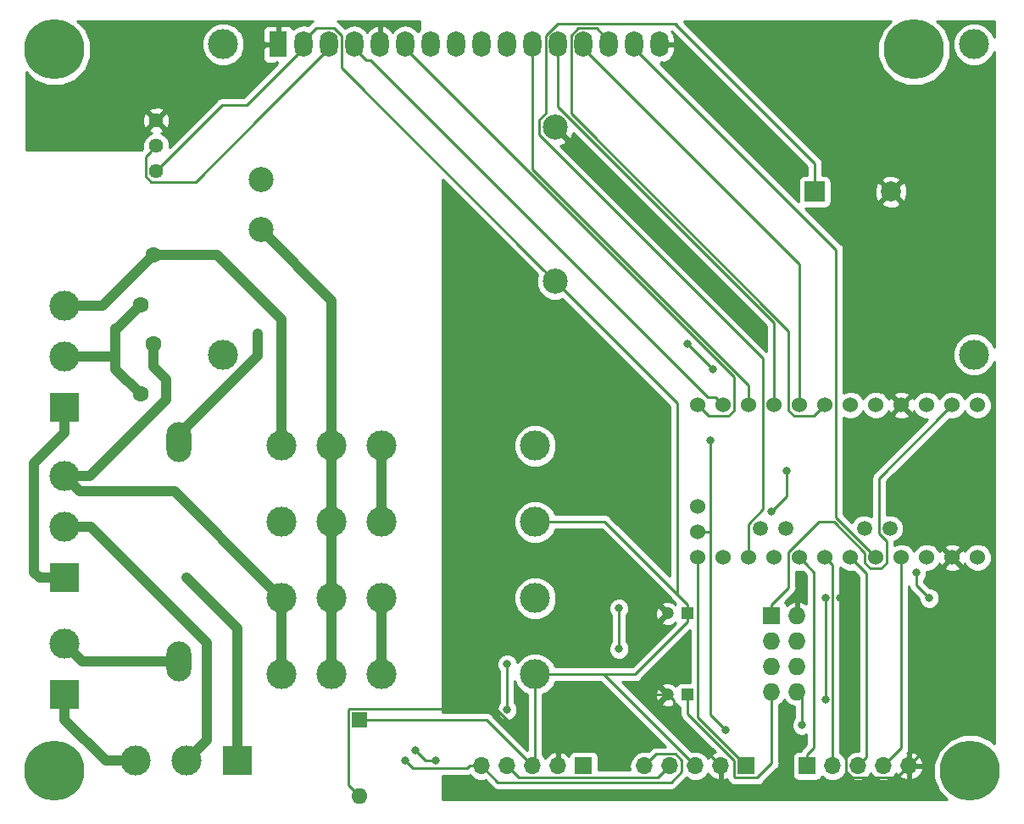
<source format=gbr>
G04 #@! TF.GenerationSoftware,KiCad,Pcbnew,(2018-02-09 revision dba198e57)-makepkg*
G04 #@! TF.CreationDate,2018-02-17T15:50:05+01:00*
G04 #@! TF.ProjectId,Kellerklima,4B656C6C65726B6C696D612E6B696361,rev?*
G04 #@! TF.SameCoordinates,Original*
G04 #@! TF.FileFunction,Copper,L2,Bot,Signal*
G04 #@! TF.FilePolarity,Positive*
%FSLAX46Y46*%
G04 Gerber Fmt 4.6, Leading zero omitted, Abs format (unit mm)*
G04 Created by KiCad (PCBNEW (2018-02-09 revision dba198e57)-makepkg) date 02/17/18 15:50:05*
%MOMM*%
%LPD*%
G01*
G04 APERTURE LIST*
%ADD10C,1.524000*%
%ADD11C,1.500000*%
%ADD12C,2.000000*%
%ADD13R,2.000000X2.000000*%
%ADD14C,3.000000*%
%ADD15O,1.800000X2.600000*%
%ADD16R,1.800000X2.600000*%
%ADD17O,1.600000X1.600000*%
%ADD18R,1.600000X1.600000*%
%ADD19C,1.440000*%
%ADD20C,2.500000*%
%ADD21C,6.000000*%
%ADD22R,3.000000X3.000000*%
%ADD23O,1.700000X1.700000*%
%ADD24R,1.700000X1.700000*%
%ADD25R,1.200000X1.200000*%
%ADD26C,1.200000*%
%ADD27R,1.727200X1.727200*%
%ADD28O,1.727200X1.727200*%
%ADD29O,2.500000X4.000000*%
%ADD30C,1.600000*%
%ADD31C,0.800000*%
%ADD32C,0.250000*%
%ADD33C,1.000000*%
%ADD34C,0.254000*%
G04 APERTURE END LIST*
D10*
X119126000Y-69596000D03*
X119126000Y-72136000D03*
D11*
X125349000Y-71755000D03*
X127889000Y-71755000D03*
X135763000Y-71755000D03*
X138303000Y-71755000D03*
D10*
X119126000Y-74676000D03*
X121666000Y-74676000D03*
X124206000Y-74676000D03*
X126746000Y-74676000D03*
X129286000Y-74676000D03*
X131826000Y-74676000D03*
X134366000Y-74676000D03*
X136906000Y-74676000D03*
X139446000Y-74676000D03*
X141986000Y-74676000D03*
X144526000Y-74676000D03*
X147066000Y-74676000D03*
X119126000Y-59436000D03*
X121666000Y-59436000D03*
X124206000Y-59436000D03*
X126746000Y-59436000D03*
X129286000Y-59436000D03*
X131826000Y-59436000D03*
X134366000Y-59436000D03*
X136906000Y-59436000D03*
X139446000Y-59436000D03*
X141986000Y-59436000D03*
X144526000Y-59436000D03*
X147066000Y-59436000D03*
D12*
X138410000Y-38100000D03*
D13*
X130810000Y-38100000D03*
D14*
X146716000Y-23368000D03*
X146715480Y-54368700D03*
X71716900Y-54368700D03*
X71716900Y-23368000D03*
D15*
X115316000Y-23368000D03*
X112776000Y-23368000D03*
X110236000Y-23368000D03*
X107696000Y-23368000D03*
X105156000Y-23368000D03*
X102616000Y-23368000D03*
X100076000Y-23368000D03*
X97536000Y-23368000D03*
X94996000Y-23368000D03*
X92456000Y-23368000D03*
X89916000Y-23368000D03*
X87376000Y-23368000D03*
X84836000Y-23368000D03*
X82296000Y-23368000D03*
X79756000Y-23368000D03*
D16*
X77216000Y-23368000D03*
D17*
X85344000Y-98552000D03*
D18*
X85344000Y-90932000D03*
D19*
X65024000Y-30988000D03*
X65024000Y-33528000D03*
X65024000Y-36068000D03*
D14*
X102870000Y-86360000D03*
X102870000Y-78740000D03*
X82550000Y-86360000D03*
X77550000Y-78740000D03*
X87550000Y-78740000D03*
X87550000Y-86360000D03*
X82550000Y-78740000D03*
X77550000Y-86360000D03*
X77550000Y-71120000D03*
X82550000Y-63500000D03*
X87550000Y-71120000D03*
X87550000Y-63500000D03*
X77550000Y-63500000D03*
X82550000Y-71120000D03*
X102870000Y-63500000D03*
X102870000Y-71120000D03*
D20*
X75470000Y-36870000D03*
X75470000Y-41870000D03*
X104870000Y-31670000D03*
X104870000Y-47070000D03*
D21*
X146304000Y-96012000D03*
X140716000Y-23876000D03*
X54864000Y-23876000D03*
X54864000Y-96012000D03*
D14*
X55880000Y-83312000D03*
D22*
X55880000Y-88392000D03*
D23*
X140208000Y-95504000D03*
X137668000Y-95504000D03*
X135128000Y-95504000D03*
X132588000Y-95504000D03*
D24*
X130048000Y-95504000D03*
D25*
X118110000Y-88392000D03*
D26*
X116110000Y-88392000D03*
X116110000Y-80264000D03*
D25*
X118110000Y-80264000D03*
D27*
X126504633Y-80469818D03*
D28*
X129044633Y-80469818D03*
X126504633Y-83009818D03*
X129044633Y-83009818D03*
X126504633Y-85549818D03*
X129044633Y-85549818D03*
X126504633Y-88089818D03*
X129044633Y-88089818D03*
D29*
X67310000Y-85090000D03*
X67310000Y-63090000D03*
D24*
X123952000Y-95504000D03*
D23*
X121412000Y-95504000D03*
X118872000Y-95504000D03*
X116332000Y-95504000D03*
X113792000Y-95504000D03*
X97536000Y-95504000D03*
X100076000Y-95504000D03*
X102616000Y-95504000D03*
X105156000Y-95504000D03*
D24*
X107696000Y-95504000D03*
D14*
X55880000Y-49530000D03*
X55880000Y-54610000D03*
D22*
X55880000Y-59690000D03*
X55880000Y-76708000D03*
D14*
X55880000Y-71628000D03*
X55880000Y-66548000D03*
X62992000Y-94996000D03*
X68072000Y-94996000D03*
D22*
X73152000Y-94996000D03*
D30*
X64770000Y-53340000D03*
X63470000Y-58340000D03*
X63470000Y-49450000D03*
X64770000Y-44450000D03*
D31*
X111252000Y-83820000D03*
X111244848Y-79748848D03*
X75184000Y-52324000D03*
X60960000Y-51816000D03*
X101600000Y-92456000D03*
X114300000Y-88900000D03*
X143510000Y-91440000D03*
X134620000Y-83820000D03*
X133350000Y-78740000D03*
X68072000Y-76708000D03*
X120650000Y-55880000D03*
X118110000Y-53340000D03*
X100080653Y-89911347D03*
X100076000Y-85344000D03*
X131863000Y-78719846D03*
X131863000Y-88900000D03*
X129540000Y-91440000D03*
X89916000Y-94996000D03*
X142240000Y-78740000D03*
X140970000Y-76200000D03*
X128016000Y-66040000D03*
X126492000Y-70104000D03*
X90932000Y-93980000D03*
X92964000Y-94996000D03*
X121920000Y-91948000D03*
X120396000Y-62992000D03*
D32*
X111244848Y-83812848D02*
X111252000Y-83820000D01*
X111244848Y-79748848D02*
X111244848Y-83812848D01*
D33*
X67310000Y-62340000D02*
X75184000Y-54466000D01*
X67310000Y-63090000D02*
X67310000Y-62340000D01*
X75184000Y-54466000D02*
X75184000Y-52324000D01*
X82550000Y-63500000D02*
X82550000Y-48950000D01*
X82550000Y-48950000D02*
X75470000Y-41870000D01*
X82550000Y-78740000D02*
X82550000Y-86360000D01*
X82550000Y-63500000D02*
X82550000Y-71120000D01*
X82550000Y-71120000D02*
X82550000Y-68998680D01*
X82550000Y-78740000D02*
X82550000Y-71120000D01*
X67310000Y-63090000D02*
X67310000Y-63840000D01*
D32*
X74060000Y-29464000D02*
X71628000Y-29464000D01*
X71628000Y-29464000D02*
X65024000Y-36068000D01*
X85344000Y-90932000D02*
X98044000Y-90932000D01*
X98044000Y-90932000D02*
X102616000Y-95504000D01*
X79756000Y-23368000D02*
X79756000Y-23768000D01*
X79756000Y-23768000D02*
X74060000Y-29464000D01*
X118110000Y-80264000D02*
X118110000Y-79414000D01*
X118110000Y-79414000D02*
X109816000Y-71120000D01*
X109816000Y-71120000D02*
X104991320Y-71120000D01*
X104991320Y-71120000D02*
X102870000Y-71120000D01*
X137668000Y-95504000D02*
X139446000Y-93726000D01*
X139446000Y-93726000D02*
X139446000Y-75753630D01*
X139446000Y-75753630D02*
X139446000Y-74676000D01*
X102870000Y-86360000D02*
X109728000Y-86360000D01*
X109728000Y-86360000D02*
X118872000Y-95504000D01*
X102870000Y-86360000D02*
X102870000Y-95250000D01*
X102870000Y-95250000D02*
X102616000Y-95504000D01*
X118110000Y-80264000D02*
X118110000Y-81114000D01*
X118110000Y-81114000D02*
X112864000Y-86360000D01*
X112864000Y-86360000D02*
X104991320Y-86360000D01*
X104991320Y-86360000D02*
X102870000Y-86360000D01*
X104870000Y-47070000D02*
X117035001Y-59235001D01*
X117035001Y-59235001D02*
X117035001Y-78339001D01*
X117035001Y-78339001D02*
X118110000Y-79414000D01*
X79756000Y-23368000D02*
X79756000Y-22968000D01*
X79756000Y-22968000D02*
X80981010Y-21742990D01*
X80981010Y-21742990D02*
X82803415Y-21742990D01*
X82803415Y-21742990D02*
X83521010Y-22460585D01*
X83521010Y-22460585D02*
X83521010Y-25721010D01*
X83521010Y-25721010D02*
X103620001Y-45820001D01*
X103620001Y-45820001D02*
X104870000Y-47070000D01*
D33*
X64770000Y-55626000D02*
X66040000Y-56896000D01*
X64770000Y-53340000D02*
X64770000Y-55626000D01*
X66040000Y-56896000D02*
X66040000Y-58928000D01*
X66040000Y-58928000D02*
X58420000Y-66548000D01*
X58420000Y-66548000D02*
X55880000Y-66548000D01*
X77550000Y-78740000D02*
X77550000Y-86360000D01*
X55880000Y-66548000D02*
X57379999Y-68047999D01*
X57379999Y-68047999D02*
X66857999Y-68047999D01*
X66857999Y-68047999D02*
X76050001Y-77240001D01*
X76050001Y-77240001D02*
X77550000Y-78740000D01*
X64770000Y-44450000D02*
X71120000Y-44450000D01*
X71120000Y-44450000D02*
X77550000Y-50880000D01*
X77550000Y-50880000D02*
X77550000Y-61378680D01*
X77550000Y-61378680D02*
X77550000Y-63500000D01*
X55880000Y-49530000D02*
X59690000Y-49530000D01*
X59690000Y-49530000D02*
X64770000Y-44450000D01*
X60960000Y-51816000D02*
X61104000Y-51816000D01*
X61104000Y-51816000D02*
X63470000Y-49450000D01*
X60960000Y-54864000D02*
X60960000Y-51816000D01*
X60960000Y-55830000D02*
X60960000Y-54864000D01*
X55880000Y-54610000D02*
X60706000Y-54610000D01*
X60706000Y-54610000D02*
X60960000Y-54864000D01*
X63470000Y-58340000D02*
X60960000Y-55830000D01*
X70104000Y-92964000D02*
X70104000Y-83730680D01*
X68072000Y-94996000D02*
X70104000Y-92964000D01*
X70104000Y-83730680D02*
X70060010Y-83686690D01*
X70060010Y-83686690D02*
X70060010Y-83200909D01*
X70060010Y-83200909D02*
X58487101Y-71628000D01*
X58487101Y-71628000D02*
X55880000Y-71628000D01*
X62670001Y-50249999D02*
X63470000Y-49450000D01*
D32*
X73526000Y-25908000D02*
X70104000Y-25908000D01*
X70104000Y-25908000D02*
X65024000Y-30988000D01*
X76066000Y-23368000D02*
X73526000Y-25908000D01*
X77216000Y-23368000D02*
X76066000Y-23368000D01*
X84218999Y-97426999D02*
X84218999Y-89871999D01*
X85344000Y-98552000D02*
X84218999Y-97426999D01*
X84218999Y-89871999D02*
X84283999Y-89806999D01*
X84283999Y-89806999D02*
X98950999Y-89806999D01*
X98950999Y-89806999D02*
X101600000Y-92456000D01*
X114808000Y-88392000D02*
X114300000Y-88900000D01*
X116110000Y-88392000D02*
X114808000Y-88392000D01*
X116110000Y-88392000D02*
X116709999Y-88991999D01*
X116709999Y-88991999D02*
X116709999Y-90801999D01*
X116709999Y-90801999D02*
X120562001Y-94654001D01*
X120562001Y-94654001D02*
X121412000Y-95504000D01*
X143510000Y-92202000D02*
X143510000Y-91440000D01*
X140208000Y-95504000D02*
X143510000Y-92202000D01*
X134620000Y-83820000D02*
X133952999Y-84487001D01*
X133952999Y-84487001D02*
X133952999Y-96068001D01*
X133952999Y-96068001D02*
X134563999Y-96679001D01*
X134563999Y-96679001D02*
X139032999Y-96679001D01*
X139032999Y-96679001D02*
X139358001Y-96353999D01*
X139358001Y-96353999D02*
X140208000Y-95504000D01*
X133350000Y-82550000D02*
X134620000Y-83820000D01*
X133350000Y-78740000D02*
X133350000Y-82550000D01*
X77216000Y-23768000D02*
X77216000Y-23368000D01*
D33*
X55880000Y-83312000D02*
X57658000Y-85090000D01*
X57658000Y-85090000D02*
X67310000Y-85090000D01*
X73152000Y-81788000D02*
X68072000Y-76708000D01*
X73152000Y-85081610D02*
X73152000Y-81788000D01*
X55880000Y-59690000D02*
X55880000Y-62190000D01*
X55880000Y-62190000D02*
X52832000Y-65238000D01*
X52832000Y-65238000D02*
X52832000Y-76160000D01*
X52832000Y-76160000D02*
X53380000Y-76708000D01*
X53380000Y-76708000D02*
X55880000Y-76708000D01*
X73152000Y-94996000D02*
X73152000Y-85081610D01*
D32*
X118110000Y-53340000D02*
X120650000Y-55880000D01*
X100076000Y-89906694D02*
X100080653Y-89911347D01*
X100076000Y-85344000D02*
X100076000Y-89906694D01*
X100076000Y-95504000D02*
X101251001Y-96679001D01*
X101251001Y-96679001D02*
X115156999Y-96679001D01*
X115156999Y-96679001D02*
X115482001Y-96353999D01*
X115482001Y-96353999D02*
X116332000Y-95504000D01*
X131863000Y-88900000D02*
X131863000Y-78719846D01*
X129540000Y-91440000D02*
X129540000Y-88585185D01*
X129540000Y-88585185D02*
X129044633Y-88089818D01*
X89916000Y-94996000D02*
X90641001Y-95721001D01*
X90641001Y-95721001D02*
X96116918Y-95721001D01*
X96116918Y-95721001D02*
X96333919Y-95504000D01*
X96333919Y-95504000D02*
X97536000Y-95504000D01*
X97536000Y-95504000D02*
X99161010Y-97129010D01*
X99161010Y-97129010D02*
X116445992Y-97129010D01*
X116445992Y-97129010D02*
X117507001Y-96068001D01*
X117507001Y-94939999D02*
X116896001Y-94328999D01*
X114967001Y-94328999D02*
X114641999Y-94654001D01*
X117507001Y-96068001D02*
X117507001Y-94939999D01*
X116896001Y-94328999D02*
X114967001Y-94328999D01*
X114641999Y-94654001D02*
X113792000Y-95504000D01*
X118110000Y-88392000D02*
X118110000Y-90298410D01*
X122776999Y-94965409D02*
X122776999Y-96614001D01*
X118110000Y-90298410D02*
X122776999Y-94965409D01*
X125062001Y-96679001D02*
X126504633Y-95236369D01*
X122776999Y-96614001D02*
X122841999Y-96679001D01*
X122841999Y-96679001D02*
X125062001Y-96679001D01*
X126504633Y-95236369D02*
X126504633Y-89311132D01*
X126504633Y-89311132D02*
X126504633Y-88089818D01*
X140970000Y-77470000D02*
X142240000Y-78740000D01*
X140970000Y-76200000D02*
X140970000Y-77470000D01*
X75584000Y-30480000D02*
X68950999Y-37113001D01*
X68950999Y-37113001D02*
X64522399Y-37113001D01*
X64522399Y-37113001D02*
X63978999Y-36569601D01*
X63978999Y-36569601D02*
X63978999Y-34573001D01*
X63978999Y-34573001D02*
X64304001Y-34247999D01*
X64304001Y-34247999D02*
X65024000Y-33528000D01*
X75584000Y-30480000D02*
X75554999Y-30509001D01*
X82296000Y-23768000D02*
X75584000Y-30480000D01*
X82296000Y-23368000D02*
X82296000Y-23768000D01*
X119126000Y-74676000D02*
X119126000Y-90678000D01*
X119126000Y-90678000D02*
X123952000Y-95504000D01*
X135128000Y-95504000D02*
X135977999Y-94654001D01*
X135977999Y-94654001D02*
X135977999Y-76287999D01*
X135977999Y-76287999D02*
X135127999Y-75437999D01*
X135127999Y-75437999D02*
X134366000Y-74676000D01*
X132588000Y-95504000D02*
X132587999Y-75437999D01*
X132587999Y-75437999D02*
X131826000Y-74676000D01*
X130048000Y-95504000D02*
X130048000Y-94404000D01*
X130048000Y-94404000D02*
X130738999Y-93713001D01*
X130738999Y-93713001D02*
X130738999Y-76128999D01*
X130738999Y-76128999D02*
X130047999Y-75437999D01*
X130047999Y-75437999D02*
X129286000Y-74676000D01*
X126504633Y-80469818D02*
X126504633Y-79356218D01*
X126504633Y-79356218D02*
X128198999Y-77661852D01*
X128198999Y-77661852D02*
X128198999Y-74154239D01*
X128198999Y-74154239D02*
X131233238Y-71120000D01*
X132713590Y-71120000D02*
X135818999Y-74225409D01*
X135818999Y-75197761D02*
X136384239Y-75763001D01*
X131233238Y-71120000D02*
X132713590Y-71120000D01*
X135818999Y-74225409D02*
X135818999Y-75197761D01*
X136384239Y-75763001D02*
X137427761Y-75763001D01*
X137427761Y-75763001D02*
X137993001Y-75197761D01*
X137993001Y-75197761D02*
X137993001Y-73036003D01*
X137993001Y-73036003D02*
X137227999Y-72271001D01*
X137227999Y-72271001D02*
X137227999Y-66734001D01*
X137227999Y-66734001D02*
X143764001Y-60197999D01*
X143764001Y-60197999D02*
X144526000Y-59436000D01*
X112776000Y-23368000D02*
X112776000Y-23768000D01*
X112776000Y-23768000D02*
X132913001Y-43905001D01*
X132913001Y-43905001D02*
X132913001Y-70683001D01*
X132913001Y-70683001D02*
X136144001Y-73914001D01*
X136144001Y-73914001D02*
X136906000Y-74676000D01*
X110236000Y-23368000D02*
X110236000Y-22968000D01*
X106470990Y-22460585D02*
X106470990Y-30303578D01*
X131064001Y-60197999D02*
X131826000Y-59436000D01*
X110236000Y-22968000D02*
X109010990Y-21742990D01*
X106470990Y-30303578D02*
X128198999Y-52031587D01*
X128198999Y-52031587D02*
X128198999Y-59957761D01*
X109010990Y-21742990D02*
X107188585Y-21742990D01*
X107188585Y-21742990D02*
X106470990Y-22460585D01*
X128198999Y-59957761D02*
X128764239Y-60523001D01*
X128764239Y-60523001D02*
X130738999Y-60523001D01*
X130738999Y-60523001D02*
X131064001Y-60197999D01*
X107696000Y-23368000D02*
X107696000Y-23768000D01*
X107696000Y-23768000D02*
X129286000Y-45358000D01*
X129286000Y-45358000D02*
X129286000Y-58358370D01*
X129286000Y-58358370D02*
X129286000Y-59436000D01*
X105156000Y-23368000D02*
X105156000Y-29624998D01*
X105156000Y-29624998D02*
X126746000Y-51214998D01*
X126746000Y-51214998D02*
X126746000Y-58358370D01*
X126746000Y-58358370D02*
X126746000Y-59436000D01*
X102616000Y-23368000D02*
X102616000Y-35831590D01*
X102616000Y-35831590D02*
X124206000Y-57421590D01*
X124206000Y-57421590D02*
X124206000Y-58358370D01*
X124206000Y-58358370D02*
X124206000Y-59436000D01*
X89916000Y-23368000D02*
X89916000Y-23768000D01*
X89916000Y-23768000D02*
X122753001Y-56605001D01*
X122753001Y-56605001D02*
X122753001Y-59957761D01*
X120213001Y-60523001D02*
X119887999Y-60197999D01*
X122753001Y-59957761D02*
X122187761Y-60523001D01*
X122187761Y-60523001D02*
X120213001Y-60523001D01*
X119887999Y-60197999D02*
X119126000Y-59436000D01*
X84836000Y-23368000D02*
X84836000Y-23768000D01*
X84836000Y-23768000D02*
X85986000Y-24918000D01*
X85986000Y-24918000D02*
X86386000Y-24918000D01*
X86386000Y-24918000D02*
X120142001Y-58674001D01*
X120142001Y-58674001D02*
X120904001Y-58674001D01*
X120904001Y-58674001D02*
X121666000Y-59436000D01*
X117022981Y-21292981D02*
X116840000Y-21292981D01*
X116840000Y-21292981D02*
X105098594Y-21292981D01*
X116840000Y-21292981D02*
X130810000Y-35262981D01*
X130810000Y-35262981D02*
X130810000Y-38100000D01*
X105098594Y-21292981D02*
X103930990Y-22460585D01*
X103930990Y-22460585D02*
X103930990Y-30278008D01*
X103294999Y-30913999D02*
X103294999Y-32426001D01*
X103930990Y-30278008D02*
X103294999Y-30913999D01*
X103294999Y-32426001D02*
X125658999Y-54790001D01*
X125658999Y-54790001D02*
X125658999Y-69853999D01*
X125658999Y-69853999D02*
X124206000Y-71306998D01*
X124206000Y-71306998D02*
X124206000Y-73598370D01*
X124206000Y-73598370D02*
X124206000Y-74676000D01*
D33*
X55880000Y-88392000D02*
X55880000Y-90892000D01*
X55880000Y-90892000D02*
X59984000Y-94996000D01*
X59984000Y-94996000D02*
X60870680Y-94996000D01*
X60870680Y-94996000D02*
X62992000Y-94996000D01*
X87550000Y-63500000D02*
X87550000Y-71120000D01*
X87550000Y-78740000D02*
X87550000Y-86360000D01*
D32*
X128016000Y-68580000D02*
X128016000Y-66040000D01*
X126492000Y-70104000D02*
X128016000Y-68580000D01*
X120396000Y-72136000D02*
X120396000Y-90424000D01*
X120396000Y-62992000D02*
X120396000Y-72136000D01*
X119130000Y-72106000D02*
X120366000Y-72106000D01*
X120366000Y-72106000D02*
X120396000Y-72136000D01*
X91948000Y-94996000D02*
X90932000Y-93980000D01*
X92964000Y-94996000D02*
X91948000Y-94996000D01*
X120396000Y-90424000D02*
X121920000Y-91948000D01*
D34*
G36*
X137634396Y-21816938D02*
X137081000Y-23152954D01*
X137081000Y-24599046D01*
X137634396Y-25935062D01*
X138656938Y-26957604D01*
X139992954Y-27511000D01*
X141439046Y-27511000D01*
X142775062Y-26957604D01*
X143797604Y-25935062D01*
X144351000Y-24599046D01*
X144351000Y-23152954D01*
X143797604Y-21816938D01*
X143010666Y-21030000D01*
X148717000Y-21030000D01*
X148717000Y-22619817D01*
X148525966Y-22158620D01*
X147925380Y-21558034D01*
X147140678Y-21233000D01*
X146291322Y-21233000D01*
X145506620Y-21558034D01*
X144906034Y-22158620D01*
X144581000Y-22943322D01*
X144581000Y-23792678D01*
X144906034Y-24577380D01*
X145506620Y-25177966D01*
X146291322Y-25503000D01*
X147140678Y-25503000D01*
X147925380Y-25177966D01*
X148525966Y-24577380D01*
X148717000Y-24116183D01*
X148717000Y-53621773D01*
X148525446Y-53159320D01*
X147924860Y-52558734D01*
X147140158Y-52233700D01*
X146290802Y-52233700D01*
X145506100Y-52558734D01*
X144905514Y-53159320D01*
X144580480Y-53944022D01*
X144580480Y-54793378D01*
X144905514Y-55578080D01*
X145506100Y-56178666D01*
X146290802Y-56503700D01*
X147140158Y-56503700D01*
X147924860Y-56178666D01*
X148525446Y-55578080D01*
X148717000Y-55115627D01*
X148717000Y-93284334D01*
X148363062Y-92930396D01*
X147027046Y-92377000D01*
X145580954Y-92377000D01*
X144244938Y-92930396D01*
X143222396Y-93952938D01*
X142669000Y-95288954D01*
X142669000Y-96735046D01*
X143222396Y-98071062D01*
X144009334Y-98858000D01*
X93599000Y-98858000D01*
X93599000Y-96481001D01*
X96042071Y-96481001D01*
X96116918Y-96495889D01*
X96191765Y-96481001D01*
X96191770Y-96481001D01*
X96378058Y-96443946D01*
X96465375Y-96574625D01*
X96956582Y-96902839D01*
X97389744Y-96989000D01*
X97682256Y-96989000D01*
X97902408Y-96945209D01*
X98570681Y-97613483D01*
X98613081Y-97676939D01*
X98864473Y-97844914D01*
X99086158Y-97889010D01*
X99086162Y-97889010D01*
X99161009Y-97903898D01*
X99235856Y-97889010D01*
X116371145Y-97889010D01*
X116445992Y-97903898D01*
X116520839Y-97889010D01*
X116520844Y-97889010D01*
X116742529Y-97844914D01*
X116993921Y-97676939D01*
X117036323Y-97613481D01*
X117965509Y-96684296D01*
X118292582Y-96902839D01*
X118725744Y-96989000D01*
X119018256Y-96989000D01*
X119451418Y-96902839D01*
X119942625Y-96574625D01*
X120155843Y-96255522D01*
X120216817Y-96385358D01*
X120645076Y-96775645D01*
X121055110Y-96945476D01*
X121285000Y-96824155D01*
X121285000Y-95631000D01*
X121265000Y-95631000D01*
X121265000Y-95377000D01*
X121285000Y-95377000D01*
X121285000Y-95357000D01*
X121539000Y-95357000D01*
X121539000Y-95377000D01*
X121559000Y-95377000D01*
X121559000Y-95631000D01*
X121539000Y-95631000D01*
X121539000Y-96824155D01*
X121768890Y-96945476D01*
X122045275Y-96831001D01*
X122061096Y-96910538D01*
X122167580Y-97069902D01*
X122229071Y-97161930D01*
X122268034Y-97187964D01*
X122294070Y-97226930D01*
X122545462Y-97394905D01*
X122767147Y-97439001D01*
X122767152Y-97439001D01*
X122841999Y-97453889D01*
X122916846Y-97439001D01*
X124987154Y-97439001D01*
X125062001Y-97453889D01*
X125136848Y-97439001D01*
X125136853Y-97439001D01*
X125358538Y-97394905D01*
X125609930Y-97226930D01*
X125652332Y-97163471D01*
X126989106Y-95826698D01*
X127052562Y-95784298D01*
X127154993Y-95631000D01*
X127220537Y-95532907D01*
X127241227Y-95428889D01*
X127264633Y-95311221D01*
X127264633Y-95311217D01*
X127279521Y-95236369D01*
X127264633Y-95161521D01*
X127264633Y-89384353D01*
X127585063Y-89170248D01*
X127774633Y-88886537D01*
X127964203Y-89170248D01*
X128459908Y-89501468D01*
X128780001Y-89565138D01*
X128780000Y-90736289D01*
X128662569Y-90853720D01*
X128505000Y-91234126D01*
X128505000Y-91645874D01*
X128662569Y-92026280D01*
X128953720Y-92317431D01*
X129334126Y-92475000D01*
X129745874Y-92475000D01*
X129978999Y-92378437D01*
X129978999Y-93398199D01*
X129563528Y-93813671D01*
X129500072Y-93856071D01*
X129457672Y-93919527D01*
X129457671Y-93919528D01*
X129399518Y-94006560D01*
X129198000Y-94006560D01*
X128950235Y-94055843D01*
X128740191Y-94196191D01*
X128599843Y-94406235D01*
X128550560Y-94654000D01*
X128550560Y-96354000D01*
X128599843Y-96601765D01*
X128740191Y-96811809D01*
X128950235Y-96952157D01*
X129198000Y-97001440D01*
X130898000Y-97001440D01*
X131145765Y-96952157D01*
X131355809Y-96811809D01*
X131496157Y-96601765D01*
X131505184Y-96556381D01*
X131517375Y-96574625D01*
X132008582Y-96902839D01*
X132441744Y-96989000D01*
X132734256Y-96989000D01*
X133167418Y-96902839D01*
X133658625Y-96574625D01*
X133858000Y-96276239D01*
X134057375Y-96574625D01*
X134548582Y-96902839D01*
X134981744Y-96989000D01*
X135274256Y-96989000D01*
X135707418Y-96902839D01*
X136198625Y-96574625D01*
X136398000Y-96276239D01*
X136597375Y-96574625D01*
X137088582Y-96902839D01*
X137521744Y-96989000D01*
X137814256Y-96989000D01*
X138247418Y-96902839D01*
X138738625Y-96574625D01*
X138951843Y-96255522D01*
X139012817Y-96385358D01*
X139441076Y-96775645D01*
X139851110Y-96945476D01*
X140081000Y-96824155D01*
X140081000Y-95631000D01*
X140335000Y-95631000D01*
X140335000Y-96824155D01*
X140564890Y-96945476D01*
X140974924Y-96775645D01*
X141403183Y-96385358D01*
X141649486Y-95860892D01*
X141528819Y-95631000D01*
X140335000Y-95631000D01*
X140081000Y-95631000D01*
X140061000Y-95631000D01*
X140061000Y-95377000D01*
X140081000Y-95377000D01*
X140081000Y-94183845D01*
X140335000Y-94183845D01*
X140335000Y-95377000D01*
X141528819Y-95377000D01*
X141649486Y-95147108D01*
X141403183Y-94622642D01*
X140974924Y-94232355D01*
X140564890Y-94062524D01*
X140335000Y-94183845D01*
X140081000Y-94183845D01*
X140061128Y-94173358D01*
X140066640Y-94165110D01*
X140161904Y-94022538D01*
X140171480Y-93974395D01*
X140206000Y-93800852D01*
X140206000Y-93800848D01*
X140220888Y-93726000D01*
X140206000Y-93651152D01*
X140206000Y-77524738D01*
X140210001Y-77544852D01*
X140248163Y-77736703D01*
X140254097Y-77766537D01*
X140373314Y-77944957D01*
X140422072Y-78017929D01*
X140485528Y-78060329D01*
X141205000Y-78779802D01*
X141205000Y-78945874D01*
X141362569Y-79326280D01*
X141653720Y-79617431D01*
X142034126Y-79775000D01*
X142445874Y-79775000D01*
X142826280Y-79617431D01*
X143117431Y-79326280D01*
X143275000Y-78945874D01*
X143275000Y-78534126D01*
X143117431Y-78153720D01*
X142826280Y-77862569D01*
X142445874Y-77705000D01*
X142279802Y-77705000D01*
X141730000Y-77155199D01*
X141730000Y-76903711D01*
X141847431Y-76786280D01*
X142005000Y-76405874D01*
X142005000Y-76073000D01*
X142263881Y-76073000D01*
X142777337Y-75860320D01*
X142981444Y-75656213D01*
X143725392Y-75656213D01*
X143794857Y-75898397D01*
X144318302Y-76085144D01*
X144873368Y-76057362D01*
X145257143Y-75898397D01*
X145326608Y-75656213D01*
X144526000Y-74855605D01*
X143725392Y-75656213D01*
X142981444Y-75656213D01*
X143170320Y-75467337D01*
X143249428Y-75276353D01*
X143303603Y-75407143D01*
X143545787Y-75476608D01*
X144346395Y-74676000D01*
X144705605Y-74676000D01*
X145506213Y-75476608D01*
X145748397Y-75407143D01*
X145798535Y-75266607D01*
X145881680Y-75467337D01*
X146274663Y-75860320D01*
X146788119Y-76073000D01*
X147343881Y-76073000D01*
X147857337Y-75860320D01*
X148250320Y-75467337D01*
X148463000Y-74953881D01*
X148463000Y-74398119D01*
X148250320Y-73884663D01*
X147857337Y-73491680D01*
X147343881Y-73279000D01*
X146788119Y-73279000D01*
X146274663Y-73491680D01*
X145881680Y-73884663D01*
X145802572Y-74075647D01*
X145748397Y-73944857D01*
X145506213Y-73875392D01*
X144705605Y-74676000D01*
X144346395Y-74676000D01*
X143545787Y-73875392D01*
X143303603Y-73944857D01*
X143253465Y-74085393D01*
X143170320Y-73884663D01*
X142981444Y-73695787D01*
X143725392Y-73695787D01*
X144526000Y-74496395D01*
X145326608Y-73695787D01*
X145257143Y-73453603D01*
X144733698Y-73266856D01*
X144178632Y-73294638D01*
X143794857Y-73453603D01*
X143725392Y-73695787D01*
X142981444Y-73695787D01*
X142777337Y-73491680D01*
X142263881Y-73279000D01*
X141708119Y-73279000D01*
X141194663Y-73491680D01*
X140801680Y-73884663D01*
X140716000Y-74091513D01*
X140630320Y-73884663D01*
X140237337Y-73491680D01*
X139723881Y-73279000D01*
X139168119Y-73279000D01*
X138753001Y-73450947D01*
X138753001Y-73110849D01*
X138762351Y-73063844D01*
X139087540Y-72929147D01*
X139477147Y-72539540D01*
X139688000Y-72030494D01*
X139688000Y-71479506D01*
X139477147Y-70970460D01*
X139087540Y-70580853D01*
X138578494Y-70370000D01*
X138027506Y-70370000D01*
X137987999Y-70386364D01*
X137987999Y-67048802D01*
X144216782Y-60820020D01*
X144248119Y-60833000D01*
X144803881Y-60833000D01*
X145317337Y-60620320D01*
X145710320Y-60227337D01*
X145796000Y-60020487D01*
X145881680Y-60227337D01*
X146274663Y-60620320D01*
X146788119Y-60833000D01*
X147343881Y-60833000D01*
X147857337Y-60620320D01*
X148250320Y-60227337D01*
X148463000Y-59713881D01*
X148463000Y-59158119D01*
X148250320Y-58644663D01*
X147857337Y-58251680D01*
X147343881Y-58039000D01*
X146788119Y-58039000D01*
X146274663Y-58251680D01*
X145881680Y-58644663D01*
X145796000Y-58851513D01*
X145710320Y-58644663D01*
X145317337Y-58251680D01*
X144803881Y-58039000D01*
X144248119Y-58039000D01*
X143734663Y-58251680D01*
X143341680Y-58644663D01*
X143256000Y-58851513D01*
X143170320Y-58644663D01*
X142777337Y-58251680D01*
X142263881Y-58039000D01*
X141708119Y-58039000D01*
X141194663Y-58251680D01*
X140801680Y-58644663D01*
X140722572Y-58835647D01*
X140668397Y-58704857D01*
X140426213Y-58635392D01*
X139625605Y-59436000D01*
X140426213Y-60236608D01*
X140668397Y-60167143D01*
X140718535Y-60026607D01*
X140801680Y-60227337D01*
X141194663Y-60620320D01*
X141708119Y-60833000D01*
X142054198Y-60833000D01*
X136743527Y-66143672D01*
X136680071Y-66186072D01*
X136637671Y-66249528D01*
X136637670Y-66249529D01*
X136512096Y-66437464D01*
X136453111Y-66734001D01*
X136468000Y-66808853D01*
X136467999Y-70547906D01*
X136038494Y-70370000D01*
X135487506Y-70370000D01*
X134978460Y-70580853D01*
X134588853Y-70970460D01*
X134497004Y-71192203D01*
X133673001Y-70368200D01*
X133673001Y-60661053D01*
X134088119Y-60833000D01*
X134643881Y-60833000D01*
X135157337Y-60620320D01*
X135550320Y-60227337D01*
X135636000Y-60020487D01*
X135721680Y-60227337D01*
X136114663Y-60620320D01*
X136628119Y-60833000D01*
X137183881Y-60833000D01*
X137697337Y-60620320D01*
X137901444Y-60416213D01*
X138645392Y-60416213D01*
X138714857Y-60658397D01*
X139238302Y-60845144D01*
X139793368Y-60817362D01*
X140177143Y-60658397D01*
X140246608Y-60416213D01*
X139446000Y-59615605D01*
X138645392Y-60416213D01*
X137901444Y-60416213D01*
X138090320Y-60227337D01*
X138169428Y-60036353D01*
X138223603Y-60167143D01*
X138465787Y-60236608D01*
X139266395Y-59436000D01*
X138465787Y-58635392D01*
X138223603Y-58704857D01*
X138173465Y-58845393D01*
X138090320Y-58644663D01*
X137901444Y-58455787D01*
X138645392Y-58455787D01*
X139446000Y-59256395D01*
X140246608Y-58455787D01*
X140177143Y-58213603D01*
X139653698Y-58026856D01*
X139098632Y-58054638D01*
X138714857Y-58213603D01*
X138645392Y-58455787D01*
X137901444Y-58455787D01*
X137697337Y-58251680D01*
X137183881Y-58039000D01*
X136628119Y-58039000D01*
X136114663Y-58251680D01*
X135721680Y-58644663D01*
X135636000Y-58851513D01*
X135550320Y-58644663D01*
X135157337Y-58251680D01*
X134643881Y-58039000D01*
X134088119Y-58039000D01*
X133673001Y-58210947D01*
X133673001Y-43979848D01*
X133687889Y-43905001D01*
X133673001Y-43830154D01*
X133673001Y-43830149D01*
X133628905Y-43608464D01*
X133460930Y-43357072D01*
X133397474Y-43314672D01*
X129830242Y-39747440D01*
X131810000Y-39747440D01*
X132057765Y-39698157D01*
X132267809Y-39557809D01*
X132408157Y-39347765D01*
X132427099Y-39252532D01*
X137437073Y-39252532D01*
X137535736Y-39519387D01*
X138145461Y-39745908D01*
X138795460Y-39721856D01*
X139284264Y-39519387D01*
X139382927Y-39252532D01*
X138410000Y-38279605D01*
X137437073Y-39252532D01*
X132427099Y-39252532D01*
X132457440Y-39100000D01*
X132457440Y-37835461D01*
X136764092Y-37835461D01*
X136788144Y-38485460D01*
X136990613Y-38974264D01*
X137257468Y-39072927D01*
X138230395Y-38100000D01*
X138589605Y-38100000D01*
X139562532Y-39072927D01*
X139829387Y-38974264D01*
X140055908Y-38364539D01*
X140031856Y-37714540D01*
X139829387Y-37225736D01*
X139562532Y-37127073D01*
X138589605Y-38100000D01*
X138230395Y-38100000D01*
X137257468Y-37127073D01*
X136990613Y-37225736D01*
X136764092Y-37835461D01*
X132457440Y-37835461D01*
X132457440Y-37100000D01*
X132427100Y-36947468D01*
X137437073Y-36947468D01*
X138410000Y-37920395D01*
X139382927Y-36947468D01*
X139284264Y-36680613D01*
X138674539Y-36454092D01*
X138024540Y-36478144D01*
X137535736Y-36680613D01*
X137437073Y-36947468D01*
X132427100Y-36947468D01*
X132408157Y-36852235D01*
X132267809Y-36642191D01*
X132057765Y-36501843D01*
X131810000Y-36452560D01*
X131570000Y-36452560D01*
X131570000Y-35337827D01*
X131584888Y-35262980D01*
X131570000Y-35188133D01*
X131570000Y-35188129D01*
X131525904Y-34966444D01*
X131484102Y-34903883D01*
X131400329Y-34778507D01*
X131400327Y-34778505D01*
X131357929Y-34715052D01*
X131294476Y-34672654D01*
X117768836Y-21147016D01*
X117745560Y-21030000D01*
X138421334Y-21030000D01*
X137634396Y-21816938D01*
X137634396Y-21816938D01*
G37*
X137634396Y-21816938D02*
X137081000Y-23152954D01*
X137081000Y-24599046D01*
X137634396Y-25935062D01*
X138656938Y-26957604D01*
X139992954Y-27511000D01*
X141439046Y-27511000D01*
X142775062Y-26957604D01*
X143797604Y-25935062D01*
X144351000Y-24599046D01*
X144351000Y-23152954D01*
X143797604Y-21816938D01*
X143010666Y-21030000D01*
X148717000Y-21030000D01*
X148717000Y-22619817D01*
X148525966Y-22158620D01*
X147925380Y-21558034D01*
X147140678Y-21233000D01*
X146291322Y-21233000D01*
X145506620Y-21558034D01*
X144906034Y-22158620D01*
X144581000Y-22943322D01*
X144581000Y-23792678D01*
X144906034Y-24577380D01*
X145506620Y-25177966D01*
X146291322Y-25503000D01*
X147140678Y-25503000D01*
X147925380Y-25177966D01*
X148525966Y-24577380D01*
X148717000Y-24116183D01*
X148717000Y-53621773D01*
X148525446Y-53159320D01*
X147924860Y-52558734D01*
X147140158Y-52233700D01*
X146290802Y-52233700D01*
X145506100Y-52558734D01*
X144905514Y-53159320D01*
X144580480Y-53944022D01*
X144580480Y-54793378D01*
X144905514Y-55578080D01*
X145506100Y-56178666D01*
X146290802Y-56503700D01*
X147140158Y-56503700D01*
X147924860Y-56178666D01*
X148525446Y-55578080D01*
X148717000Y-55115627D01*
X148717000Y-93284334D01*
X148363062Y-92930396D01*
X147027046Y-92377000D01*
X145580954Y-92377000D01*
X144244938Y-92930396D01*
X143222396Y-93952938D01*
X142669000Y-95288954D01*
X142669000Y-96735046D01*
X143222396Y-98071062D01*
X144009334Y-98858000D01*
X93599000Y-98858000D01*
X93599000Y-96481001D01*
X96042071Y-96481001D01*
X96116918Y-96495889D01*
X96191765Y-96481001D01*
X96191770Y-96481001D01*
X96378058Y-96443946D01*
X96465375Y-96574625D01*
X96956582Y-96902839D01*
X97389744Y-96989000D01*
X97682256Y-96989000D01*
X97902408Y-96945209D01*
X98570681Y-97613483D01*
X98613081Y-97676939D01*
X98864473Y-97844914D01*
X99086158Y-97889010D01*
X99086162Y-97889010D01*
X99161009Y-97903898D01*
X99235856Y-97889010D01*
X116371145Y-97889010D01*
X116445992Y-97903898D01*
X116520839Y-97889010D01*
X116520844Y-97889010D01*
X116742529Y-97844914D01*
X116993921Y-97676939D01*
X117036323Y-97613481D01*
X117965509Y-96684296D01*
X118292582Y-96902839D01*
X118725744Y-96989000D01*
X119018256Y-96989000D01*
X119451418Y-96902839D01*
X119942625Y-96574625D01*
X120155843Y-96255522D01*
X120216817Y-96385358D01*
X120645076Y-96775645D01*
X121055110Y-96945476D01*
X121285000Y-96824155D01*
X121285000Y-95631000D01*
X121265000Y-95631000D01*
X121265000Y-95377000D01*
X121285000Y-95377000D01*
X121285000Y-95357000D01*
X121539000Y-95357000D01*
X121539000Y-95377000D01*
X121559000Y-95377000D01*
X121559000Y-95631000D01*
X121539000Y-95631000D01*
X121539000Y-96824155D01*
X121768890Y-96945476D01*
X122045275Y-96831001D01*
X122061096Y-96910538D01*
X122167580Y-97069902D01*
X122229071Y-97161930D01*
X122268034Y-97187964D01*
X122294070Y-97226930D01*
X122545462Y-97394905D01*
X122767147Y-97439001D01*
X122767152Y-97439001D01*
X122841999Y-97453889D01*
X122916846Y-97439001D01*
X124987154Y-97439001D01*
X125062001Y-97453889D01*
X125136848Y-97439001D01*
X125136853Y-97439001D01*
X125358538Y-97394905D01*
X125609930Y-97226930D01*
X125652332Y-97163471D01*
X126989106Y-95826698D01*
X127052562Y-95784298D01*
X127154993Y-95631000D01*
X127220537Y-95532907D01*
X127241227Y-95428889D01*
X127264633Y-95311221D01*
X127264633Y-95311217D01*
X127279521Y-95236369D01*
X127264633Y-95161521D01*
X127264633Y-89384353D01*
X127585063Y-89170248D01*
X127774633Y-88886537D01*
X127964203Y-89170248D01*
X128459908Y-89501468D01*
X128780001Y-89565138D01*
X128780000Y-90736289D01*
X128662569Y-90853720D01*
X128505000Y-91234126D01*
X128505000Y-91645874D01*
X128662569Y-92026280D01*
X128953720Y-92317431D01*
X129334126Y-92475000D01*
X129745874Y-92475000D01*
X129978999Y-92378437D01*
X129978999Y-93398199D01*
X129563528Y-93813671D01*
X129500072Y-93856071D01*
X129457672Y-93919527D01*
X129457671Y-93919528D01*
X129399518Y-94006560D01*
X129198000Y-94006560D01*
X128950235Y-94055843D01*
X128740191Y-94196191D01*
X128599843Y-94406235D01*
X128550560Y-94654000D01*
X128550560Y-96354000D01*
X128599843Y-96601765D01*
X128740191Y-96811809D01*
X128950235Y-96952157D01*
X129198000Y-97001440D01*
X130898000Y-97001440D01*
X131145765Y-96952157D01*
X131355809Y-96811809D01*
X131496157Y-96601765D01*
X131505184Y-96556381D01*
X131517375Y-96574625D01*
X132008582Y-96902839D01*
X132441744Y-96989000D01*
X132734256Y-96989000D01*
X133167418Y-96902839D01*
X133658625Y-96574625D01*
X133858000Y-96276239D01*
X134057375Y-96574625D01*
X134548582Y-96902839D01*
X134981744Y-96989000D01*
X135274256Y-96989000D01*
X135707418Y-96902839D01*
X136198625Y-96574625D01*
X136398000Y-96276239D01*
X136597375Y-96574625D01*
X137088582Y-96902839D01*
X137521744Y-96989000D01*
X137814256Y-96989000D01*
X138247418Y-96902839D01*
X138738625Y-96574625D01*
X138951843Y-96255522D01*
X139012817Y-96385358D01*
X139441076Y-96775645D01*
X139851110Y-96945476D01*
X140081000Y-96824155D01*
X140081000Y-95631000D01*
X140335000Y-95631000D01*
X140335000Y-96824155D01*
X140564890Y-96945476D01*
X140974924Y-96775645D01*
X141403183Y-96385358D01*
X141649486Y-95860892D01*
X141528819Y-95631000D01*
X140335000Y-95631000D01*
X140081000Y-95631000D01*
X140061000Y-95631000D01*
X140061000Y-95377000D01*
X140081000Y-95377000D01*
X140081000Y-94183845D01*
X140335000Y-94183845D01*
X140335000Y-95377000D01*
X141528819Y-95377000D01*
X141649486Y-95147108D01*
X141403183Y-94622642D01*
X140974924Y-94232355D01*
X140564890Y-94062524D01*
X140335000Y-94183845D01*
X140081000Y-94183845D01*
X140061128Y-94173358D01*
X140066640Y-94165110D01*
X140161904Y-94022538D01*
X140171480Y-93974395D01*
X140206000Y-93800852D01*
X140206000Y-93800848D01*
X140220888Y-93726000D01*
X140206000Y-93651152D01*
X140206000Y-77524738D01*
X140210001Y-77544852D01*
X140248163Y-77736703D01*
X140254097Y-77766537D01*
X140373314Y-77944957D01*
X140422072Y-78017929D01*
X140485528Y-78060329D01*
X141205000Y-78779802D01*
X141205000Y-78945874D01*
X141362569Y-79326280D01*
X141653720Y-79617431D01*
X142034126Y-79775000D01*
X142445874Y-79775000D01*
X142826280Y-79617431D01*
X143117431Y-79326280D01*
X143275000Y-78945874D01*
X143275000Y-78534126D01*
X143117431Y-78153720D01*
X142826280Y-77862569D01*
X142445874Y-77705000D01*
X142279802Y-77705000D01*
X141730000Y-77155199D01*
X141730000Y-76903711D01*
X141847431Y-76786280D01*
X142005000Y-76405874D01*
X142005000Y-76073000D01*
X142263881Y-76073000D01*
X142777337Y-75860320D01*
X142981444Y-75656213D01*
X143725392Y-75656213D01*
X143794857Y-75898397D01*
X144318302Y-76085144D01*
X144873368Y-76057362D01*
X145257143Y-75898397D01*
X145326608Y-75656213D01*
X144526000Y-74855605D01*
X143725392Y-75656213D01*
X142981444Y-75656213D01*
X143170320Y-75467337D01*
X143249428Y-75276353D01*
X143303603Y-75407143D01*
X143545787Y-75476608D01*
X144346395Y-74676000D01*
X144705605Y-74676000D01*
X145506213Y-75476608D01*
X145748397Y-75407143D01*
X145798535Y-75266607D01*
X145881680Y-75467337D01*
X146274663Y-75860320D01*
X146788119Y-76073000D01*
X147343881Y-76073000D01*
X147857337Y-75860320D01*
X148250320Y-75467337D01*
X148463000Y-74953881D01*
X148463000Y-74398119D01*
X148250320Y-73884663D01*
X147857337Y-73491680D01*
X147343881Y-73279000D01*
X146788119Y-73279000D01*
X146274663Y-73491680D01*
X145881680Y-73884663D01*
X145802572Y-74075647D01*
X145748397Y-73944857D01*
X145506213Y-73875392D01*
X144705605Y-74676000D01*
X144346395Y-74676000D01*
X143545787Y-73875392D01*
X143303603Y-73944857D01*
X143253465Y-74085393D01*
X143170320Y-73884663D01*
X142981444Y-73695787D01*
X143725392Y-73695787D01*
X144526000Y-74496395D01*
X145326608Y-73695787D01*
X145257143Y-73453603D01*
X144733698Y-73266856D01*
X144178632Y-73294638D01*
X143794857Y-73453603D01*
X143725392Y-73695787D01*
X142981444Y-73695787D01*
X142777337Y-73491680D01*
X142263881Y-73279000D01*
X141708119Y-73279000D01*
X141194663Y-73491680D01*
X140801680Y-73884663D01*
X140716000Y-74091513D01*
X140630320Y-73884663D01*
X140237337Y-73491680D01*
X139723881Y-73279000D01*
X139168119Y-73279000D01*
X138753001Y-73450947D01*
X138753001Y-73110849D01*
X138762351Y-73063844D01*
X139087540Y-72929147D01*
X139477147Y-72539540D01*
X139688000Y-72030494D01*
X139688000Y-71479506D01*
X139477147Y-70970460D01*
X139087540Y-70580853D01*
X138578494Y-70370000D01*
X138027506Y-70370000D01*
X137987999Y-70386364D01*
X137987999Y-67048802D01*
X144216782Y-60820020D01*
X144248119Y-60833000D01*
X144803881Y-60833000D01*
X145317337Y-60620320D01*
X145710320Y-60227337D01*
X145796000Y-60020487D01*
X145881680Y-60227337D01*
X146274663Y-60620320D01*
X146788119Y-60833000D01*
X147343881Y-60833000D01*
X147857337Y-60620320D01*
X148250320Y-60227337D01*
X148463000Y-59713881D01*
X148463000Y-59158119D01*
X148250320Y-58644663D01*
X147857337Y-58251680D01*
X147343881Y-58039000D01*
X146788119Y-58039000D01*
X146274663Y-58251680D01*
X145881680Y-58644663D01*
X145796000Y-58851513D01*
X145710320Y-58644663D01*
X145317337Y-58251680D01*
X144803881Y-58039000D01*
X144248119Y-58039000D01*
X143734663Y-58251680D01*
X143341680Y-58644663D01*
X143256000Y-58851513D01*
X143170320Y-58644663D01*
X142777337Y-58251680D01*
X142263881Y-58039000D01*
X141708119Y-58039000D01*
X141194663Y-58251680D01*
X140801680Y-58644663D01*
X140722572Y-58835647D01*
X140668397Y-58704857D01*
X140426213Y-58635392D01*
X139625605Y-59436000D01*
X140426213Y-60236608D01*
X140668397Y-60167143D01*
X140718535Y-60026607D01*
X140801680Y-60227337D01*
X141194663Y-60620320D01*
X141708119Y-60833000D01*
X142054198Y-60833000D01*
X136743527Y-66143672D01*
X136680071Y-66186072D01*
X136637671Y-66249528D01*
X136637670Y-66249529D01*
X136512096Y-66437464D01*
X136453111Y-66734001D01*
X136468000Y-66808853D01*
X136467999Y-70547906D01*
X136038494Y-70370000D01*
X135487506Y-70370000D01*
X134978460Y-70580853D01*
X134588853Y-70970460D01*
X134497004Y-71192203D01*
X133673001Y-70368200D01*
X133673001Y-60661053D01*
X134088119Y-60833000D01*
X134643881Y-60833000D01*
X135157337Y-60620320D01*
X135550320Y-60227337D01*
X135636000Y-60020487D01*
X135721680Y-60227337D01*
X136114663Y-60620320D01*
X136628119Y-60833000D01*
X137183881Y-60833000D01*
X137697337Y-60620320D01*
X137901444Y-60416213D01*
X138645392Y-60416213D01*
X138714857Y-60658397D01*
X139238302Y-60845144D01*
X139793368Y-60817362D01*
X140177143Y-60658397D01*
X140246608Y-60416213D01*
X139446000Y-59615605D01*
X138645392Y-60416213D01*
X137901444Y-60416213D01*
X138090320Y-60227337D01*
X138169428Y-60036353D01*
X138223603Y-60167143D01*
X138465787Y-60236608D01*
X139266395Y-59436000D01*
X138465787Y-58635392D01*
X138223603Y-58704857D01*
X138173465Y-58845393D01*
X138090320Y-58644663D01*
X137901444Y-58455787D01*
X138645392Y-58455787D01*
X139446000Y-59256395D01*
X140246608Y-58455787D01*
X140177143Y-58213603D01*
X139653698Y-58026856D01*
X139098632Y-58054638D01*
X138714857Y-58213603D01*
X138645392Y-58455787D01*
X137901444Y-58455787D01*
X137697337Y-58251680D01*
X137183881Y-58039000D01*
X136628119Y-58039000D01*
X136114663Y-58251680D01*
X135721680Y-58644663D01*
X135636000Y-58851513D01*
X135550320Y-58644663D01*
X135157337Y-58251680D01*
X134643881Y-58039000D01*
X134088119Y-58039000D01*
X133673001Y-58210947D01*
X133673001Y-43979848D01*
X133687889Y-43905001D01*
X133673001Y-43830154D01*
X133673001Y-43830149D01*
X133628905Y-43608464D01*
X133460930Y-43357072D01*
X133397474Y-43314672D01*
X129830242Y-39747440D01*
X131810000Y-39747440D01*
X132057765Y-39698157D01*
X132267809Y-39557809D01*
X132408157Y-39347765D01*
X132427099Y-39252532D01*
X137437073Y-39252532D01*
X137535736Y-39519387D01*
X138145461Y-39745908D01*
X138795460Y-39721856D01*
X139284264Y-39519387D01*
X139382927Y-39252532D01*
X138410000Y-38279605D01*
X137437073Y-39252532D01*
X132427099Y-39252532D01*
X132457440Y-39100000D01*
X132457440Y-37835461D01*
X136764092Y-37835461D01*
X136788144Y-38485460D01*
X136990613Y-38974264D01*
X137257468Y-39072927D01*
X138230395Y-38100000D01*
X138589605Y-38100000D01*
X139562532Y-39072927D01*
X139829387Y-38974264D01*
X140055908Y-38364539D01*
X140031856Y-37714540D01*
X139829387Y-37225736D01*
X139562532Y-37127073D01*
X138589605Y-38100000D01*
X138230395Y-38100000D01*
X137257468Y-37127073D01*
X136990613Y-37225736D01*
X136764092Y-37835461D01*
X132457440Y-37835461D01*
X132457440Y-37100000D01*
X132427100Y-36947468D01*
X137437073Y-36947468D01*
X138410000Y-37920395D01*
X139382927Y-36947468D01*
X139284264Y-36680613D01*
X138674539Y-36454092D01*
X138024540Y-36478144D01*
X137535736Y-36680613D01*
X137437073Y-36947468D01*
X132427100Y-36947468D01*
X132408157Y-36852235D01*
X132267809Y-36642191D01*
X132057765Y-36501843D01*
X131810000Y-36452560D01*
X131570000Y-36452560D01*
X131570000Y-35337827D01*
X131584888Y-35262980D01*
X131570000Y-35188133D01*
X131570000Y-35188129D01*
X131525904Y-34966444D01*
X131484102Y-34903883D01*
X131400329Y-34778507D01*
X131400327Y-34778505D01*
X131357929Y-34715052D01*
X131294476Y-34672654D01*
X117768836Y-21147016D01*
X117745560Y-21030000D01*
X138421334Y-21030000D01*
X137634396Y-21816938D01*
G36*
X115862197Y-93568999D02*
X115041847Y-93568999D01*
X114967000Y-93554111D01*
X114892153Y-93568999D01*
X114892149Y-93568999D01*
X114670464Y-93613095D01*
X114419072Y-93781070D01*
X114376670Y-93844529D01*
X114158408Y-94062791D01*
X113938256Y-94019000D01*
X113645744Y-94019000D01*
X113212582Y-94105161D01*
X112721375Y-94433375D01*
X112393161Y-94924582D01*
X112277908Y-95504000D01*
X112360457Y-95919001D01*
X109193440Y-95919001D01*
X109193440Y-94654000D01*
X109144157Y-94406235D01*
X109003809Y-94196191D01*
X108793765Y-94055843D01*
X108546000Y-94006560D01*
X106846000Y-94006560D01*
X106598235Y-94055843D01*
X106388191Y-94196191D01*
X106247843Y-94406235D01*
X106227261Y-94509708D01*
X105922924Y-94232355D01*
X105512890Y-94062524D01*
X105283000Y-94183845D01*
X105283000Y-95377000D01*
X105303000Y-95377000D01*
X105303000Y-95631000D01*
X105283000Y-95631000D01*
X105283000Y-95651000D01*
X105029000Y-95651000D01*
X105029000Y-95631000D01*
X105009000Y-95631000D01*
X105009000Y-95377000D01*
X105029000Y-95377000D01*
X105029000Y-94183845D01*
X104799110Y-94062524D01*
X104389076Y-94232355D01*
X103960817Y-94622642D01*
X103899843Y-94752478D01*
X103686625Y-94433375D01*
X103630000Y-94395539D01*
X103630000Y-88356105D01*
X104079380Y-88169966D01*
X104679966Y-87569380D01*
X104866105Y-87120000D01*
X109413199Y-87120000D01*
X115862197Y-93568999D01*
X115862197Y-93568999D01*
G37*
X115862197Y-93568999D02*
X115041847Y-93568999D01*
X114967000Y-93554111D01*
X114892153Y-93568999D01*
X114892149Y-93568999D01*
X114670464Y-93613095D01*
X114419072Y-93781070D01*
X114376670Y-93844529D01*
X114158408Y-94062791D01*
X113938256Y-94019000D01*
X113645744Y-94019000D01*
X113212582Y-94105161D01*
X112721375Y-94433375D01*
X112393161Y-94924582D01*
X112277908Y-95504000D01*
X112360457Y-95919001D01*
X109193440Y-95919001D01*
X109193440Y-94654000D01*
X109144157Y-94406235D01*
X109003809Y-94196191D01*
X108793765Y-94055843D01*
X108546000Y-94006560D01*
X106846000Y-94006560D01*
X106598235Y-94055843D01*
X106388191Y-94196191D01*
X106247843Y-94406235D01*
X106227261Y-94509708D01*
X105922924Y-94232355D01*
X105512890Y-94062524D01*
X105283000Y-94183845D01*
X105283000Y-95377000D01*
X105303000Y-95377000D01*
X105303000Y-95631000D01*
X105283000Y-95631000D01*
X105283000Y-95651000D01*
X105029000Y-95651000D01*
X105029000Y-95631000D01*
X105009000Y-95631000D01*
X105009000Y-95377000D01*
X105029000Y-95377000D01*
X105029000Y-94183845D01*
X104799110Y-94062524D01*
X104389076Y-94232355D01*
X103960817Y-94622642D01*
X103899843Y-94752478D01*
X103686625Y-94433375D01*
X103630000Y-94395539D01*
X103630000Y-88356105D01*
X104079380Y-88169966D01*
X104679966Y-87569380D01*
X104866105Y-87120000D01*
X109413199Y-87120000D01*
X115862197Y-93568999D01*
G36*
X118366001Y-87144560D02*
X117510000Y-87144560D01*
X117262235Y-87193843D01*
X117052191Y-87334191D01*
X116962970Y-87467718D01*
X116908822Y-87413570D01*
X116793129Y-87529263D01*
X116743617Y-87303836D01*
X116278964Y-87144193D01*
X115788587Y-87174518D01*
X115476383Y-87303836D01*
X115426870Y-87529265D01*
X116110000Y-88212395D01*
X116124143Y-88198253D01*
X116303748Y-88377858D01*
X116289605Y-88392000D01*
X116303748Y-88406143D01*
X116124143Y-88585748D01*
X116110000Y-88571605D01*
X115426870Y-89254735D01*
X115476383Y-89480164D01*
X115941036Y-89639807D01*
X116431413Y-89609482D01*
X116743617Y-89480164D01*
X116793129Y-89254737D01*
X116908822Y-89370430D01*
X116962970Y-89316282D01*
X117052191Y-89449809D01*
X117262235Y-89590157D01*
X117350001Y-89607614D01*
X117350001Y-90223558D01*
X117335112Y-90298410D01*
X117394097Y-90594947D01*
X117478014Y-90720537D01*
X117562072Y-90846339D01*
X117625528Y-90888739D01*
X120874230Y-94137442D01*
X120645076Y-94232355D01*
X120216817Y-94622642D01*
X120155843Y-94752478D01*
X119942625Y-94433375D01*
X119451418Y-94105161D01*
X119018256Y-94019000D01*
X118725744Y-94019000D01*
X118505593Y-94062791D01*
X112665838Y-88223036D01*
X114862193Y-88223036D01*
X114892518Y-88713413D01*
X115021836Y-89025617D01*
X115247265Y-89075130D01*
X115930395Y-88392000D01*
X115247265Y-87708870D01*
X115021836Y-87758383D01*
X114862193Y-88223036D01*
X112665838Y-88223036D01*
X111562801Y-87120000D01*
X112789153Y-87120000D01*
X112864000Y-87134888D01*
X112938847Y-87120000D01*
X112938852Y-87120000D01*
X113160537Y-87075904D01*
X113411929Y-86907929D01*
X113454331Y-86844470D01*
X118366000Y-81932802D01*
X118366001Y-87144560D01*
X118366001Y-87144560D01*
G37*
X118366001Y-87144560D02*
X117510000Y-87144560D01*
X117262235Y-87193843D01*
X117052191Y-87334191D01*
X116962970Y-87467718D01*
X116908822Y-87413570D01*
X116793129Y-87529263D01*
X116743617Y-87303836D01*
X116278964Y-87144193D01*
X115788587Y-87174518D01*
X115476383Y-87303836D01*
X115426870Y-87529265D01*
X116110000Y-88212395D01*
X116124143Y-88198253D01*
X116303748Y-88377858D01*
X116289605Y-88392000D01*
X116303748Y-88406143D01*
X116124143Y-88585748D01*
X116110000Y-88571605D01*
X115426870Y-89254735D01*
X115476383Y-89480164D01*
X115941036Y-89639807D01*
X116431413Y-89609482D01*
X116743617Y-89480164D01*
X116793129Y-89254737D01*
X116908822Y-89370430D01*
X116962970Y-89316282D01*
X117052191Y-89449809D01*
X117262235Y-89590157D01*
X117350001Y-89607614D01*
X117350001Y-90223558D01*
X117335112Y-90298410D01*
X117394097Y-90594947D01*
X117478014Y-90720537D01*
X117562072Y-90846339D01*
X117625528Y-90888739D01*
X120874230Y-94137442D01*
X120645076Y-94232355D01*
X120216817Y-94622642D01*
X120155843Y-94752478D01*
X119942625Y-94433375D01*
X119451418Y-94105161D01*
X119018256Y-94019000D01*
X118725744Y-94019000D01*
X118505593Y-94062791D01*
X112665838Y-88223036D01*
X114862193Y-88223036D01*
X114892518Y-88713413D01*
X115021836Y-89025617D01*
X115247265Y-89075130D01*
X115930395Y-88392000D01*
X115247265Y-87708870D01*
X115021836Y-87758383D01*
X114862193Y-88223036D01*
X112665838Y-88223036D01*
X111562801Y-87120000D01*
X112789153Y-87120000D01*
X112864000Y-87134888D01*
X112938847Y-87120000D01*
X112938852Y-87120000D01*
X113160537Y-87075904D01*
X113411929Y-86907929D01*
X113454331Y-86844470D01*
X118366000Y-81932802D01*
X118366001Y-87144560D01*
G36*
X133574663Y-75860320D02*
X134088119Y-76073000D01*
X134643881Y-76073000D01*
X134675218Y-76060020D01*
X135218000Y-76602802D01*
X135217999Y-94019000D01*
X134981744Y-94019000D01*
X134548582Y-94105161D01*
X134057375Y-94433375D01*
X133858000Y-94731761D01*
X133658625Y-94433375D01*
X133348000Y-94225822D01*
X133347998Y-75633655D01*
X133574663Y-75860320D01*
X133574663Y-75860320D01*
G37*
X133574663Y-75860320D02*
X134088119Y-76073000D01*
X134643881Y-76073000D01*
X134675218Y-76060020D01*
X135218000Y-76602802D01*
X135217999Y-94019000D01*
X134981744Y-94019000D01*
X134548582Y-94105161D01*
X134057375Y-94433375D01*
X133858000Y-94731761D01*
X133658625Y-94433375D01*
X133348000Y-94225822D01*
X133347998Y-75633655D01*
X133574663Y-75860320D01*
G36*
X103112481Y-46387283D02*
X102985000Y-46695050D01*
X102985000Y-47444950D01*
X103271974Y-48137767D01*
X103802233Y-48668026D01*
X104495050Y-48955000D01*
X105244950Y-48955000D01*
X105552717Y-48827519D01*
X116275001Y-59549804D01*
X116275002Y-76504200D01*
X110406331Y-70635530D01*
X110363929Y-70572071D01*
X110112537Y-70404096D01*
X109890852Y-70360000D01*
X109890847Y-70360000D01*
X109816000Y-70345112D01*
X109741153Y-70360000D01*
X104866105Y-70360000D01*
X104679966Y-69910620D01*
X104079380Y-69310034D01*
X103294678Y-68985000D01*
X102445322Y-68985000D01*
X101660620Y-69310034D01*
X101060034Y-69910620D01*
X100735000Y-70695322D01*
X100735000Y-71544678D01*
X101060034Y-72329380D01*
X101660620Y-72929966D01*
X102445322Y-73255000D01*
X103294678Y-73255000D01*
X104079380Y-72929966D01*
X104679966Y-72329380D01*
X104866105Y-71880000D01*
X109501199Y-71880000D01*
X116444675Y-78823477D01*
X116487073Y-78886930D01*
X116550526Y-78929328D01*
X116907795Y-79286597D01*
X116793129Y-79401263D01*
X116743617Y-79175836D01*
X116278964Y-79016193D01*
X115788587Y-79046518D01*
X115476383Y-79175836D01*
X115426870Y-79401265D01*
X116110000Y-80084395D01*
X116124143Y-80070253D01*
X116303748Y-80249858D01*
X116289605Y-80264000D01*
X116303748Y-80278143D01*
X116124143Y-80457748D01*
X116110000Y-80443605D01*
X115426870Y-81126735D01*
X115476383Y-81352164D01*
X115941036Y-81511807D01*
X116431413Y-81481482D01*
X116743617Y-81352164D01*
X116793129Y-81126737D01*
X116907795Y-81241403D01*
X112549199Y-85600000D01*
X109802847Y-85600000D01*
X109728000Y-85585112D01*
X109653153Y-85600000D01*
X104866105Y-85600000D01*
X104679966Y-85150620D01*
X104079380Y-84550034D01*
X103294678Y-84225000D01*
X102445322Y-84225000D01*
X101660620Y-84550034D01*
X101099732Y-85110922D01*
X100953431Y-84757720D01*
X100662280Y-84466569D01*
X100281874Y-84309000D01*
X99870126Y-84309000D01*
X99489720Y-84466569D01*
X99198569Y-84757720D01*
X99041000Y-85138126D01*
X99041000Y-85549874D01*
X99198569Y-85930280D01*
X99316000Y-86047711D01*
X99316001Y-89212288D01*
X99203222Y-89325067D01*
X99045653Y-89705473D01*
X99045653Y-90117221D01*
X99203222Y-90497627D01*
X99494373Y-90788778D01*
X99874779Y-90946347D01*
X100286527Y-90946347D01*
X100666933Y-90788778D01*
X100958084Y-90497627D01*
X101115653Y-90117221D01*
X101115653Y-89705473D01*
X100958084Y-89325067D01*
X100836000Y-89202983D01*
X100836000Y-87028514D01*
X101060034Y-87569380D01*
X101660620Y-88169966D01*
X102110000Y-88356105D01*
X102110001Y-93923198D01*
X98634331Y-90447530D01*
X98591929Y-90384071D01*
X98340537Y-90216096D01*
X98118852Y-90172000D01*
X98118847Y-90172000D01*
X98044000Y-90157112D01*
X97969153Y-90172000D01*
X93599000Y-90172000D01*
X93599000Y-78315322D01*
X100735000Y-78315322D01*
X100735000Y-79164678D01*
X101060034Y-79949380D01*
X101660620Y-80549966D01*
X102445322Y-80875000D01*
X103294678Y-80875000D01*
X104079380Y-80549966D01*
X104679966Y-79949380D01*
X104848304Y-79542974D01*
X110209848Y-79542974D01*
X110209848Y-79954722D01*
X110367417Y-80335128D01*
X110484848Y-80452559D01*
X110484849Y-83123440D01*
X110374569Y-83233720D01*
X110217000Y-83614126D01*
X110217000Y-84025874D01*
X110374569Y-84406280D01*
X110665720Y-84697431D01*
X111046126Y-84855000D01*
X111457874Y-84855000D01*
X111838280Y-84697431D01*
X112129431Y-84406280D01*
X112287000Y-84025874D01*
X112287000Y-83614126D01*
X112129431Y-83233720D01*
X112004848Y-83109137D01*
X112004848Y-80452559D01*
X112122279Y-80335128D01*
X112221728Y-80095036D01*
X114862193Y-80095036D01*
X114892518Y-80585413D01*
X115021836Y-80897617D01*
X115247265Y-80947130D01*
X115930395Y-80264000D01*
X115247265Y-79580870D01*
X115021836Y-79630383D01*
X114862193Y-80095036D01*
X112221728Y-80095036D01*
X112279848Y-79954722D01*
X112279848Y-79542974D01*
X112122279Y-79162568D01*
X111831128Y-78871417D01*
X111450722Y-78713848D01*
X111038974Y-78713848D01*
X110658568Y-78871417D01*
X110367417Y-79162568D01*
X110209848Y-79542974D01*
X104848304Y-79542974D01*
X105005000Y-79164678D01*
X105005000Y-78315322D01*
X104679966Y-77530620D01*
X104079380Y-76930034D01*
X103294678Y-76605000D01*
X102445322Y-76605000D01*
X101660620Y-76930034D01*
X101060034Y-77530620D01*
X100735000Y-78315322D01*
X93599000Y-78315322D01*
X93599000Y-63075322D01*
X100735000Y-63075322D01*
X100735000Y-63924678D01*
X101060034Y-64709380D01*
X101660620Y-65309966D01*
X102445322Y-65635000D01*
X103294678Y-65635000D01*
X104079380Y-65309966D01*
X104679966Y-64709380D01*
X105005000Y-63924678D01*
X105005000Y-63075322D01*
X104679966Y-62290620D01*
X104079380Y-61690034D01*
X103294678Y-61365000D01*
X102445322Y-61365000D01*
X101660620Y-61690034D01*
X101060034Y-62290620D01*
X100735000Y-63075322D01*
X93599000Y-63075322D01*
X93599000Y-36873802D01*
X103112481Y-46387283D01*
X103112481Y-46387283D01*
G37*
X103112481Y-46387283D02*
X102985000Y-46695050D01*
X102985000Y-47444950D01*
X103271974Y-48137767D01*
X103802233Y-48668026D01*
X104495050Y-48955000D01*
X105244950Y-48955000D01*
X105552717Y-48827519D01*
X116275001Y-59549804D01*
X116275002Y-76504200D01*
X110406331Y-70635530D01*
X110363929Y-70572071D01*
X110112537Y-70404096D01*
X109890852Y-70360000D01*
X109890847Y-70360000D01*
X109816000Y-70345112D01*
X109741153Y-70360000D01*
X104866105Y-70360000D01*
X104679966Y-69910620D01*
X104079380Y-69310034D01*
X103294678Y-68985000D01*
X102445322Y-68985000D01*
X101660620Y-69310034D01*
X101060034Y-69910620D01*
X100735000Y-70695322D01*
X100735000Y-71544678D01*
X101060034Y-72329380D01*
X101660620Y-72929966D01*
X102445322Y-73255000D01*
X103294678Y-73255000D01*
X104079380Y-72929966D01*
X104679966Y-72329380D01*
X104866105Y-71880000D01*
X109501199Y-71880000D01*
X116444675Y-78823477D01*
X116487073Y-78886930D01*
X116550526Y-78929328D01*
X116907795Y-79286597D01*
X116793129Y-79401263D01*
X116743617Y-79175836D01*
X116278964Y-79016193D01*
X115788587Y-79046518D01*
X115476383Y-79175836D01*
X115426870Y-79401265D01*
X116110000Y-80084395D01*
X116124143Y-80070253D01*
X116303748Y-80249858D01*
X116289605Y-80264000D01*
X116303748Y-80278143D01*
X116124143Y-80457748D01*
X116110000Y-80443605D01*
X115426870Y-81126735D01*
X115476383Y-81352164D01*
X115941036Y-81511807D01*
X116431413Y-81481482D01*
X116743617Y-81352164D01*
X116793129Y-81126737D01*
X116907795Y-81241403D01*
X112549199Y-85600000D01*
X109802847Y-85600000D01*
X109728000Y-85585112D01*
X109653153Y-85600000D01*
X104866105Y-85600000D01*
X104679966Y-85150620D01*
X104079380Y-84550034D01*
X103294678Y-84225000D01*
X102445322Y-84225000D01*
X101660620Y-84550034D01*
X101099732Y-85110922D01*
X100953431Y-84757720D01*
X100662280Y-84466569D01*
X100281874Y-84309000D01*
X99870126Y-84309000D01*
X99489720Y-84466569D01*
X99198569Y-84757720D01*
X99041000Y-85138126D01*
X99041000Y-85549874D01*
X99198569Y-85930280D01*
X99316000Y-86047711D01*
X99316001Y-89212288D01*
X99203222Y-89325067D01*
X99045653Y-89705473D01*
X99045653Y-90117221D01*
X99203222Y-90497627D01*
X99494373Y-90788778D01*
X99874779Y-90946347D01*
X100286527Y-90946347D01*
X100666933Y-90788778D01*
X100958084Y-90497627D01*
X101115653Y-90117221D01*
X101115653Y-89705473D01*
X100958084Y-89325067D01*
X100836000Y-89202983D01*
X100836000Y-87028514D01*
X101060034Y-87569380D01*
X101660620Y-88169966D01*
X102110000Y-88356105D01*
X102110001Y-93923198D01*
X98634331Y-90447530D01*
X98591929Y-90384071D01*
X98340537Y-90216096D01*
X98118852Y-90172000D01*
X98118847Y-90172000D01*
X98044000Y-90157112D01*
X97969153Y-90172000D01*
X93599000Y-90172000D01*
X93599000Y-78315322D01*
X100735000Y-78315322D01*
X100735000Y-79164678D01*
X101060034Y-79949380D01*
X101660620Y-80549966D01*
X102445322Y-80875000D01*
X103294678Y-80875000D01*
X104079380Y-80549966D01*
X104679966Y-79949380D01*
X104848304Y-79542974D01*
X110209848Y-79542974D01*
X110209848Y-79954722D01*
X110367417Y-80335128D01*
X110484848Y-80452559D01*
X110484849Y-83123440D01*
X110374569Y-83233720D01*
X110217000Y-83614126D01*
X110217000Y-84025874D01*
X110374569Y-84406280D01*
X110665720Y-84697431D01*
X111046126Y-84855000D01*
X111457874Y-84855000D01*
X111838280Y-84697431D01*
X112129431Y-84406280D01*
X112287000Y-84025874D01*
X112287000Y-83614126D01*
X112129431Y-83233720D01*
X112004848Y-83109137D01*
X112004848Y-80452559D01*
X112122279Y-80335128D01*
X112221728Y-80095036D01*
X114862193Y-80095036D01*
X114892518Y-80585413D01*
X115021836Y-80897617D01*
X115247265Y-80947130D01*
X115930395Y-80264000D01*
X115247265Y-79580870D01*
X115021836Y-79630383D01*
X114862193Y-80095036D01*
X112221728Y-80095036D01*
X112279848Y-79954722D01*
X112279848Y-79542974D01*
X112122279Y-79162568D01*
X111831128Y-78871417D01*
X111450722Y-78713848D01*
X111038974Y-78713848D01*
X110658568Y-78871417D01*
X110367417Y-79162568D01*
X110209848Y-79542974D01*
X104848304Y-79542974D01*
X105005000Y-79164678D01*
X105005000Y-78315322D01*
X104679966Y-77530620D01*
X104079380Y-76930034D01*
X103294678Y-76605000D01*
X102445322Y-76605000D01*
X101660620Y-76930034D01*
X101060034Y-77530620D01*
X100735000Y-78315322D01*
X93599000Y-78315322D01*
X93599000Y-63075322D01*
X100735000Y-63075322D01*
X100735000Y-63924678D01*
X101060034Y-64709380D01*
X101660620Y-65309966D01*
X102445322Y-65635000D01*
X103294678Y-65635000D01*
X104079380Y-65309966D01*
X104679966Y-64709380D01*
X105005000Y-63924678D01*
X105005000Y-63075322D01*
X104679966Y-62290620D01*
X104079380Y-61690034D01*
X103294678Y-61365000D01*
X102445322Y-61365000D01*
X101660620Y-61690034D01*
X101060034Y-62290620D01*
X100735000Y-63075322D01*
X93599000Y-63075322D01*
X93599000Y-36873802D01*
X103112481Y-46387283D01*
G36*
X129008119Y-76073000D02*
X129563881Y-76073000D01*
X129595218Y-76060020D01*
X129979000Y-76443802D01*
X129979000Y-79313259D01*
X129933123Y-79262997D01*
X129403660Y-79014850D01*
X129171633Y-79135349D01*
X129171633Y-80342818D01*
X129191633Y-80342818D01*
X129191633Y-80596818D01*
X129171633Y-80596818D01*
X129171633Y-80616818D01*
X128917633Y-80616818D01*
X128917633Y-80596818D01*
X128897633Y-80596818D01*
X128897633Y-80342818D01*
X128917633Y-80342818D01*
X128917633Y-79135349D01*
X128685606Y-79014850D01*
X128156143Y-79262997D01*
X127984752Y-79450768D01*
X127966390Y-79358453D01*
X127826042Y-79148409D01*
X127802784Y-79132869D01*
X128683475Y-78252179D01*
X128746928Y-78209781D01*
X128789326Y-78146328D01*
X128789328Y-78146326D01*
X128914902Y-77958390D01*
X128914903Y-77958389D01*
X128958999Y-77736704D01*
X128958999Y-77736700D01*
X128973887Y-77661853D01*
X128958999Y-77587006D01*
X128958999Y-76052654D01*
X129008119Y-76073000D01*
X129008119Y-76073000D01*
G37*
X129008119Y-76073000D02*
X129563881Y-76073000D01*
X129595218Y-76060020D01*
X129979000Y-76443802D01*
X129979000Y-79313259D01*
X129933123Y-79262997D01*
X129403660Y-79014850D01*
X129171633Y-79135349D01*
X129171633Y-80342818D01*
X129191633Y-80342818D01*
X129191633Y-80596818D01*
X129171633Y-80596818D01*
X129171633Y-80616818D01*
X128917633Y-80616818D01*
X128917633Y-80596818D01*
X128897633Y-80596818D01*
X128897633Y-80342818D01*
X128917633Y-80342818D01*
X128917633Y-79135349D01*
X128685606Y-79014850D01*
X128156143Y-79262997D01*
X127984752Y-79450768D01*
X127966390Y-79358453D01*
X127826042Y-79148409D01*
X127802784Y-79132869D01*
X128683475Y-78252179D01*
X128746928Y-78209781D01*
X128789326Y-78146328D01*
X128789328Y-78146326D01*
X128914902Y-77958390D01*
X128914903Y-77958389D01*
X128958999Y-77736704D01*
X128958999Y-77736700D01*
X128973887Y-77661853D01*
X128958999Y-77587006D01*
X128958999Y-76052654D01*
X129008119Y-76073000D01*
G36*
X105063748Y-31655858D02*
X105049605Y-31670000D01*
X106203320Y-32823715D01*
X106496123Y-32694467D01*
X106677418Y-32221218D01*
X125986000Y-51529800D01*
X125986000Y-54042200D01*
X105431634Y-33487835D01*
X105894467Y-33296123D01*
X106023715Y-33003320D01*
X104870000Y-31849605D01*
X104855858Y-31863748D01*
X104676253Y-31684143D01*
X104690395Y-31670000D01*
X104676253Y-31655858D01*
X104855858Y-31476253D01*
X104870000Y-31490395D01*
X104884143Y-31476253D01*
X105063748Y-31655858D01*
X105063748Y-31655858D01*
G37*
X105063748Y-31655858D02*
X105049605Y-31670000D01*
X106203320Y-32823715D01*
X106496123Y-32694467D01*
X106677418Y-32221218D01*
X125986000Y-51529800D01*
X125986000Y-54042200D01*
X105431634Y-33487835D01*
X105894467Y-33296123D01*
X106023715Y-33003320D01*
X104870000Y-31849605D01*
X104855858Y-31863748D01*
X104676253Y-31684143D01*
X104690395Y-31670000D01*
X104676253Y-31655858D01*
X104855858Y-31476253D01*
X104870000Y-31490395D01*
X104884143Y-31476253D01*
X105063748Y-31655858D01*
G36*
X130050000Y-35577784D02*
X130050000Y-36452560D01*
X129810000Y-36452560D01*
X129562235Y-36501843D01*
X129352191Y-36642191D01*
X129211843Y-36852235D01*
X129162560Y-37100000D01*
X129162560Y-39079758D01*
X115385801Y-25303000D01*
X115443002Y-25303000D01*
X115443002Y-25138379D01*
X115680740Y-25259036D01*
X115786086Y-25234756D01*
X116311606Y-24943212D01*
X116685554Y-24472752D01*
X116851000Y-23895000D01*
X116851000Y-23495000D01*
X115443000Y-23495000D01*
X115443000Y-23515000D01*
X115189000Y-23515000D01*
X115189000Y-23495000D01*
X115169000Y-23495000D01*
X115169000Y-23241000D01*
X115189000Y-23241000D01*
X115189000Y-23221000D01*
X115443000Y-23221000D01*
X115443000Y-23241000D01*
X116851000Y-23241000D01*
X116851000Y-22841000D01*
X116685554Y-22263248D01*
X116518422Y-22052981D01*
X116525199Y-22052981D01*
X130050000Y-35577784D01*
X130050000Y-35577784D01*
G37*
X130050000Y-35577784D02*
X130050000Y-36452560D01*
X129810000Y-36452560D01*
X129562235Y-36501843D01*
X129352191Y-36642191D01*
X129211843Y-36852235D01*
X129162560Y-37100000D01*
X129162560Y-39079758D01*
X115385801Y-25303000D01*
X115443002Y-25303000D01*
X115443002Y-25138379D01*
X115680740Y-25259036D01*
X115786086Y-25234756D01*
X116311606Y-24943212D01*
X116685554Y-24472752D01*
X116851000Y-23895000D01*
X116851000Y-23495000D01*
X115443000Y-23495000D01*
X115443000Y-23515000D01*
X115189000Y-23515000D01*
X115189000Y-23495000D01*
X115169000Y-23495000D01*
X115169000Y-23241000D01*
X115189000Y-23241000D01*
X115189000Y-23221000D01*
X115443000Y-23221000D01*
X115443000Y-23241000D01*
X116851000Y-23241000D01*
X116851000Y-22841000D01*
X116685554Y-22263248D01*
X116518422Y-22052981D01*
X116525199Y-22052981D01*
X130050000Y-35577784D01*
G36*
X80497428Y-21152066D02*
X80433081Y-21195061D01*
X80390681Y-21258517D01*
X80164929Y-21484269D01*
X79756000Y-21402928D01*
X79157073Y-21522062D01*
X78702888Y-21825538D01*
X78654327Y-21708301D01*
X78475698Y-21529673D01*
X78242309Y-21433000D01*
X77501750Y-21433000D01*
X77343000Y-21591750D01*
X77343000Y-23241000D01*
X77363000Y-23241000D01*
X77363000Y-23495000D01*
X77343000Y-23495000D01*
X77343000Y-23515000D01*
X77089000Y-23515000D01*
X77089000Y-23495000D01*
X75839750Y-23495000D01*
X75681000Y-23653750D01*
X75681000Y-24794310D01*
X75777673Y-25027699D01*
X75956302Y-25206327D01*
X76189691Y-25303000D01*
X76930250Y-25303000D01*
X77088998Y-25144252D01*
X77088998Y-25303000D01*
X77146198Y-25303000D01*
X73745199Y-28704000D01*
X71702846Y-28704000D01*
X71627999Y-28689112D01*
X71553152Y-28704000D01*
X71553148Y-28704000D01*
X71331463Y-28748096D01*
X71331461Y-28748097D01*
X71331462Y-28748097D01*
X71143526Y-28873671D01*
X71143524Y-28873673D01*
X71080071Y-28916071D01*
X71037673Y-28979524D01*
X66379000Y-33638198D01*
X66379000Y-33258474D01*
X66172714Y-32760454D01*
X65791546Y-32379286D01*
X65514849Y-32264675D01*
X65729869Y-32175611D01*
X65794169Y-31937774D01*
X65024000Y-31167605D01*
X64253831Y-31937774D01*
X64318131Y-32175611D01*
X64550114Y-32257649D01*
X64256454Y-32379286D01*
X63875286Y-32760454D01*
X63669000Y-33258474D01*
X63669000Y-33797526D01*
X63672126Y-33805073D01*
X63568199Y-33909000D01*
X52018000Y-33909000D01*
X52018000Y-30790342D01*
X63656667Y-30790342D01*
X63685108Y-31328644D01*
X63836389Y-31693869D01*
X64074226Y-31758169D01*
X64844395Y-30988000D01*
X65203605Y-30988000D01*
X65973774Y-31758169D01*
X66211611Y-31693869D01*
X66391333Y-31185658D01*
X66362892Y-30647356D01*
X66211611Y-30282131D01*
X65973774Y-30217831D01*
X65203605Y-30988000D01*
X64844395Y-30988000D01*
X64074226Y-30217831D01*
X63836389Y-30282131D01*
X63656667Y-30790342D01*
X52018000Y-30790342D01*
X52018000Y-30038226D01*
X64253831Y-30038226D01*
X65024000Y-30808395D01*
X65794169Y-30038226D01*
X65729869Y-29800389D01*
X65221658Y-29620667D01*
X64683356Y-29649108D01*
X64318131Y-29800389D01*
X64253831Y-30038226D01*
X52018000Y-30038226D01*
X52018000Y-26170666D01*
X52804938Y-26957604D01*
X54140954Y-27511000D01*
X55587046Y-27511000D01*
X56923062Y-26957604D01*
X57945604Y-25935062D01*
X58499000Y-24599046D01*
X58499000Y-23152954D01*
X58412168Y-22943322D01*
X69581900Y-22943322D01*
X69581900Y-23792678D01*
X69906934Y-24577380D01*
X70507520Y-25177966D01*
X71292222Y-25503000D01*
X72141578Y-25503000D01*
X72926280Y-25177966D01*
X73526866Y-24577380D01*
X73851900Y-23792678D01*
X73851900Y-22943322D01*
X73526866Y-22158620D01*
X73309936Y-21941690D01*
X75681000Y-21941690D01*
X75681000Y-23082250D01*
X75839750Y-23241000D01*
X77089000Y-23241000D01*
X77089000Y-21591750D01*
X76930250Y-21433000D01*
X76189691Y-21433000D01*
X75956302Y-21529673D01*
X75777673Y-21708301D01*
X75681000Y-21941690D01*
X73309936Y-21941690D01*
X72926280Y-21558034D01*
X72141578Y-21233000D01*
X71292222Y-21233000D01*
X70507520Y-21558034D01*
X69906934Y-22158620D01*
X69581900Y-22943322D01*
X58412168Y-22943322D01*
X57945604Y-21816938D01*
X57158666Y-21030000D01*
X80680111Y-21030000D01*
X80497428Y-21152066D01*
X80497428Y-21152066D01*
G37*
X80497428Y-21152066D02*
X80433081Y-21195061D01*
X80390681Y-21258517D01*
X80164929Y-21484269D01*
X79756000Y-21402928D01*
X79157073Y-21522062D01*
X78702888Y-21825538D01*
X78654327Y-21708301D01*
X78475698Y-21529673D01*
X78242309Y-21433000D01*
X77501750Y-21433000D01*
X77343000Y-21591750D01*
X77343000Y-23241000D01*
X77363000Y-23241000D01*
X77363000Y-23495000D01*
X77343000Y-23495000D01*
X77343000Y-23515000D01*
X77089000Y-23515000D01*
X77089000Y-23495000D01*
X75839750Y-23495000D01*
X75681000Y-23653750D01*
X75681000Y-24794310D01*
X75777673Y-25027699D01*
X75956302Y-25206327D01*
X76189691Y-25303000D01*
X76930250Y-25303000D01*
X77088998Y-25144252D01*
X77088998Y-25303000D01*
X77146198Y-25303000D01*
X73745199Y-28704000D01*
X71702846Y-28704000D01*
X71627999Y-28689112D01*
X71553152Y-28704000D01*
X71553148Y-28704000D01*
X71331463Y-28748096D01*
X71331461Y-28748097D01*
X71331462Y-28748097D01*
X71143526Y-28873671D01*
X71143524Y-28873673D01*
X71080071Y-28916071D01*
X71037673Y-28979524D01*
X66379000Y-33638198D01*
X66379000Y-33258474D01*
X66172714Y-32760454D01*
X65791546Y-32379286D01*
X65514849Y-32264675D01*
X65729869Y-32175611D01*
X65794169Y-31937774D01*
X65024000Y-31167605D01*
X64253831Y-31937774D01*
X64318131Y-32175611D01*
X64550114Y-32257649D01*
X64256454Y-32379286D01*
X63875286Y-32760454D01*
X63669000Y-33258474D01*
X63669000Y-33797526D01*
X63672126Y-33805073D01*
X63568199Y-33909000D01*
X52018000Y-33909000D01*
X52018000Y-30790342D01*
X63656667Y-30790342D01*
X63685108Y-31328644D01*
X63836389Y-31693869D01*
X64074226Y-31758169D01*
X64844395Y-30988000D01*
X65203605Y-30988000D01*
X65973774Y-31758169D01*
X66211611Y-31693869D01*
X66391333Y-31185658D01*
X66362892Y-30647356D01*
X66211611Y-30282131D01*
X65973774Y-30217831D01*
X65203605Y-30988000D01*
X64844395Y-30988000D01*
X64074226Y-30217831D01*
X63836389Y-30282131D01*
X63656667Y-30790342D01*
X52018000Y-30790342D01*
X52018000Y-30038226D01*
X64253831Y-30038226D01*
X65024000Y-30808395D01*
X65794169Y-30038226D01*
X65729869Y-29800389D01*
X65221658Y-29620667D01*
X64683356Y-29649108D01*
X64318131Y-29800389D01*
X64253831Y-30038226D01*
X52018000Y-30038226D01*
X52018000Y-26170666D01*
X52804938Y-26957604D01*
X54140954Y-27511000D01*
X55587046Y-27511000D01*
X56923062Y-26957604D01*
X57945604Y-25935062D01*
X58499000Y-24599046D01*
X58499000Y-23152954D01*
X58412168Y-22943322D01*
X69581900Y-22943322D01*
X69581900Y-23792678D01*
X69906934Y-24577380D01*
X70507520Y-25177966D01*
X71292222Y-25503000D01*
X72141578Y-25503000D01*
X72926280Y-25177966D01*
X73526866Y-24577380D01*
X73851900Y-23792678D01*
X73851900Y-22943322D01*
X73526866Y-22158620D01*
X73309936Y-21941690D01*
X75681000Y-21941690D01*
X75681000Y-23082250D01*
X75839750Y-23241000D01*
X77089000Y-23241000D01*
X77089000Y-21591750D01*
X76930250Y-21433000D01*
X76189691Y-21433000D01*
X75956302Y-21529673D01*
X75777673Y-21708301D01*
X75681000Y-21941690D01*
X73309936Y-21941690D01*
X72926280Y-21558034D01*
X72141578Y-21233000D01*
X71292222Y-21233000D01*
X70507520Y-21558034D01*
X69906934Y-22158620D01*
X69581900Y-22943322D01*
X58412168Y-22943322D01*
X57945604Y-21816938D01*
X57158666Y-21030000D01*
X80680111Y-21030000D01*
X80497428Y-21152066D01*
G36*
X91313000Y-21915694D02*
X91186000Y-22105763D01*
X91022673Y-21861327D01*
X90514926Y-21522062D01*
X89916000Y-21402928D01*
X89317073Y-21522062D01*
X88809327Y-21861327D01*
X88634298Y-22123278D01*
X88371606Y-21792788D01*
X87846086Y-21501244D01*
X87740740Y-21476964D01*
X87503000Y-21597622D01*
X87503000Y-23241000D01*
X87523000Y-23241000D01*
X87523000Y-23495000D01*
X87503000Y-23495000D01*
X87503000Y-23515000D01*
X87249000Y-23515000D01*
X87249000Y-23495000D01*
X87229000Y-23495000D01*
X87229000Y-23241000D01*
X87249000Y-23241000D01*
X87249000Y-21597622D01*
X87011260Y-21476964D01*
X86905914Y-21501244D01*
X86380394Y-21792788D01*
X86117703Y-22123277D01*
X85942673Y-21861327D01*
X85434926Y-21522062D01*
X84836000Y-21402928D01*
X84237073Y-21522062D01*
X83889518Y-21754291D01*
X83393746Y-21258520D01*
X83351344Y-21195061D01*
X83104313Y-21030000D01*
X91313000Y-21030000D01*
X91313000Y-21915694D01*
X91313000Y-21915694D01*
G37*
X91313000Y-21915694D02*
X91186000Y-22105763D01*
X91022673Y-21861327D01*
X90514926Y-21522062D01*
X89916000Y-21402928D01*
X89317073Y-21522062D01*
X88809327Y-21861327D01*
X88634298Y-22123278D01*
X88371606Y-21792788D01*
X87846086Y-21501244D01*
X87740740Y-21476964D01*
X87503000Y-21597622D01*
X87503000Y-23241000D01*
X87523000Y-23241000D01*
X87523000Y-23495000D01*
X87503000Y-23495000D01*
X87503000Y-23515000D01*
X87249000Y-23515000D01*
X87249000Y-23495000D01*
X87229000Y-23495000D01*
X87229000Y-23241000D01*
X87249000Y-23241000D01*
X87249000Y-21597622D01*
X87011260Y-21476964D01*
X86905914Y-21501244D01*
X86380394Y-21792788D01*
X86117703Y-22123277D01*
X85942673Y-21861327D01*
X85434926Y-21522062D01*
X84836000Y-21402928D01*
X84237073Y-21522062D01*
X83889518Y-21754291D01*
X83393746Y-21258520D01*
X83351344Y-21195061D01*
X83104313Y-21030000D01*
X91313000Y-21030000D01*
X91313000Y-21915694D01*
M02*

</source>
